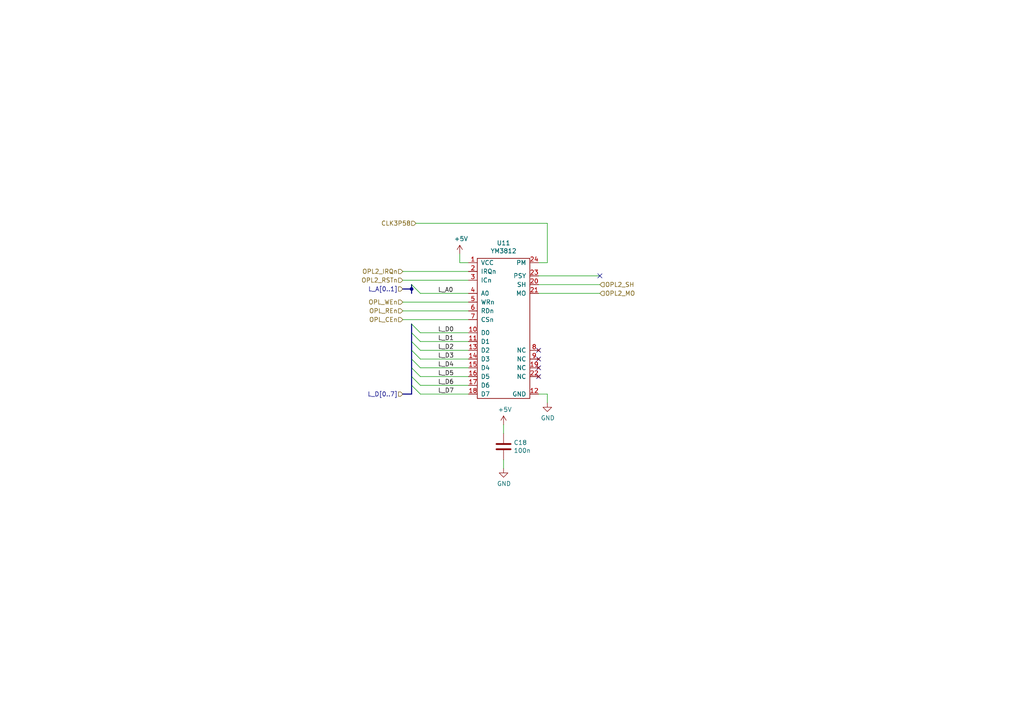
<source format=kicad_sch>
(kicad_sch (version 20211123) (generator eeschema)
  (paper "A4")
  (lib_symbols
    (symbol "Device:C" (pin_numbers hide) (pin_names (offset 0.254))
      (property "Reference" "C" (at 0.635 2.54 0))
      (property "Value" "C" (at 0.635 -2.54 0))
      (symbol "C_0_1"
        (polyline (pts (xy -2.032 -0.762) (xy 2.032 -0.762)) (stroke (width 0.508)))
        (polyline (pts (xy -2.032 0.762) (xy 2.032 0.762)) (stroke (width 0.508)))
      )
      (symbol "C_1_1"
        (pin passive line (at 0 3.81 270) (length 2.794) (name "~") (number "1"))
        (pin passive line (at 0 -3.81 90) (length 2.794) (name "~") (number "2"))
      )
    )
    (symbol "power:+5V" (power) (pin_names (offset 0))
      (property "Value" "+5V" (at 0 3.556 0))
      (symbol "+5V_0_1"
        (polyline (pts (xy -0.762 1.27) (xy 0 2.54)))
        (polyline (pts (xy 0 0) (xy 0 2.54)))
        (polyline (pts (xy 0 2.54) (xy 0.762 1.27)))
      )
      (symbol "+5V_1_1"
        (pin power_in line (at 0 0 90) (length 0) hide (name "+5V") (number "1"))
      )
    )
    (symbol "power:GND" (power) (pin_names (offset 0))
      (property "Value" "GND" (at 0 -3.81 0))
      (symbol "GND_0_1"
        (polyline (pts (xy 0 0) (xy 0 -1.27) (xy 1.27 -1.27) (xy 0 -2.54) (xy -1.27 -1.27) (xy 0 -1.27)))
      )
      (symbol "GND_1_1"
        (pin power_in line (at 0 0 270) (length 0) hide (name "GND") (number "1"))
      )
    )
    (symbol "yamaha:YM3812" (pin_names (offset 1.016))
      (property "Reference" "U" (at 0 0 0))
      (property "Value" "YM3812" (at 2.54 -2.54 0))
      (symbol "YM3812_0_1"
        (rectangle (start -7.62 19.05) (end 7.62 -21.59) (stroke (width 0.2032)))
      )
      (symbol "YM3812_1_1"
        (pin power_in line (at -10.16 17.78 0) (length 2.54) (name "VCC") (number "1"))
        (pin bidirectional line (at -10.16 -2.54 0) (length 2.54) (name "D0") (number "10"))
        (pin bidirectional line (at -10.16 -5.08 0) (length 2.54) (name "D1") (number "11"))
        (pin power_in line (at 10.16 -20.32 180) (length 2.54) (name "GND") (number "12"))
        (pin bidirectional line (at -10.16 -7.62 0) (length 2.54) (name "D2") (number "13"))
        (pin bidirectional line (at -10.16 -10.16 0) (length 2.54) (name "D3") (number "14"))
        (pin bidirectional line (at -10.16 -12.7 0) (length 2.54) (name "D4") (number "15"))
        (pin bidirectional line (at -10.16 -15.24 0) (length 2.54) (name "D5") (number "16"))
        (pin bidirectional line (at -10.16 -17.78 0) (length 2.54) (name "D6") (number "17"))
        (pin bidirectional line (at -10.16 -20.32 0) (length 2.54) (name "D7") (number "18"))
        (pin no_connect line (at 10.16 -12.7 180) (length 2.54) (name "NC") (number "19"))
        (pin output line (at -10.16 15.24 0) (length 2.54) (name "IRQn") (number "2"))
        (pin output line (at 10.16 11.43 180) (length 2.54) (name "SH") (number "20"))
        (pin output line (at 10.16 8.89 180) (length 2.54) (name "MO") (number "21"))
        (pin no_connect line (at 10.16 -15.24 180) (length 2.54) (name "NC") (number "22"))
        (pin output line (at 10.16 13.97 180) (length 2.54) (name "PSY") (number "23"))
        (pin input line (at 10.16 17.78 180) (length 2.54) (name "PM") (number "24"))
        (pin input line (at -10.16 12.7 0) (length 2.54) (name "ICn") (number "3"))
        (pin input line (at -10.16 8.89 0) (length 2.54) (name "A0") (number "4"))
        (pin input line (at -10.16 6.35 0) (length 2.54) (name "WRn") (number "5"))
        (pin input line (at -10.16 3.81 0) (length 2.54) (name "RDn") (number "6"))
        (pin input line (at -10.16 1.27 0) (length 2.54) (name "CSn") (number "7"))
        (pin no_connect line (at 10.16 -7.62 180) (length 2.54) (name "NC") (number "8"))
        (pin no_connect line (at 10.16 -10.16 180) (length 2.54) (name "NC") (number "9"))
      )
    )
  )
  (junction (at 119.38 83.82))
  (no_connect (at 156.21 101.6))
  (no_connect (at 156.21 106.68))
  (no_connect (at 173.99 80.01))
  (no_connect (at 156.21 109.22))
  (no_connect (at 156.21 104.14))
  (bus_entry (at 119.38 99.06) (size 2.54 2.54))
  (bus_entry (at 119.38 104.14) (size 2.54 2.54))
  (bus_entry (at 119.38 109.22) (size 2.54 2.54))
  (bus_entry (at 119.38 96.52) (size 2.54 2.54))
  (bus_entry (at 119.38 93.98) (size 2.54 2.54))
  (bus_entry (at 119.38 101.6) (size 2.54 2.54))
  (bus_entry (at 119.38 111.76) (size 2.54 2.54))
  (bus_entry (at 119.38 82.55) (size 2.54 2.54))
  (bus_entry (at 119.38 106.68) (size 2.54 2.54))
  (wire (pts (xy 156.21 114.3) (xy 158.75 114.3)))
  (wire (pts (xy 116.84 81.28) (xy 135.89 81.28)))
  (bus (pts (xy 119.38 101.6) (xy 119.38 104.14)))
  (wire (pts (xy 121.92 85.09) (xy 135.89 85.09)))
  (wire (pts (xy 135.89 90.17) (xy 116.84 90.17)))
  (bus (pts (xy 119.38 111.76) (xy 119.38 114.3)))
  (wire (pts (xy 158.75 64.77) (xy 158.75 76.2)))
  (wire (pts (xy 121.92 109.22) (xy 135.89 109.22)))
  (wire (pts (xy 156.21 85.09) (xy 173.99 85.09)))
  (wire (pts (xy 135.89 92.71) (xy 116.84 92.71)))
  (wire (pts (xy 121.92 99.06) (xy 135.89 99.06)))
  (bus (pts (xy 119.38 93.98) (xy 119.38 96.52)))
  (wire (pts (xy 158.75 76.2) (xy 156.21 76.2)))
  (bus (pts (xy 119.38 96.52) (xy 119.38 99.06)))
  (wire (pts (xy 120.65 64.77) (xy 158.75 64.77)))
  (wire (pts (xy 116.84 78.74) (xy 135.89 78.74)))
  (wire (pts (xy 121.92 101.6) (xy 135.89 101.6)))
  (bus (pts (xy 119.38 82.55) (xy 119.38 83.82)))
  (bus (pts (xy 119.38 104.14) (xy 119.38 106.68)))
  (bus (pts (xy 116.84 114.3) (xy 119.38 114.3)))
  (bus (pts (xy 119.38 83.82) (xy 119.38 85.09)))
  (wire (pts (xy 121.92 104.14) (xy 135.89 104.14)))
  (wire (pts (xy 121.92 114.3) (xy 135.89 114.3)))
  (bus (pts (xy 119.38 99.06) (xy 119.38 101.6)))
  (wire (pts (xy 156.21 82.55) (xy 173.99 82.55)))
  (wire (pts (xy 133.35 76.2) (xy 135.89 76.2)))
  (wire (pts (xy 146.05 135.89) (xy 146.05 133.35)))
  (wire (pts (xy 158.75 114.3) (xy 158.75 116.84)))
  (bus (pts (xy 119.38 106.68) (xy 119.38 109.22)))
  (wire (pts (xy 121.92 106.68) (xy 135.89 106.68)))
  (wire (pts (xy 146.05 125.73) (xy 146.05 123.19)))
  (wire (pts (xy 135.89 87.63) (xy 116.84 87.63)))
  (bus (pts (xy 119.38 83.82) (xy 116.84 83.82)))
  (bus (pts (xy 119.38 109.22) (xy 119.38 111.76)))
  (wire (pts (xy 121.92 111.76) (xy 135.89 111.76)))
  (wire (pts (xy 133.35 73.66) (xy 133.35 76.2)))
  (wire (pts (xy 121.92 96.52) (xy 135.89 96.52)))
  (wire (pts (xy 156.21 80.01) (xy 173.99 80.01)))
  (label "L_D1" (at 127 99.06 0))
  (label "L_D0" (at 127 96.52 0))
  (label "L_D7" (at 127 114.3 0))
  (label "L_A0" (at 127 85.09 0))
  (label "L_D6" (at 127 111.76 0))
  (label "L_D2" (at 127 101.6 0))
  (label "L_D5" (at 127 109.22 0))
  (label "L_D3" (at 127 104.14 0))
  (label "L_D4" (at 127 106.68 0))
  (hierarchical_label "OPL_REn" (shape input) (at 116.84 90.17 180))
  (hierarchical_label "OPL_WEn" (shape input) (at 116.84 87.63 180))
  (hierarchical_label "OPL2_IRQn" (shape input) (at 116.84 78.74 180))
  (hierarchical_label "OPL2_SH" (shape input) (at 173.99 82.55 0))
  (hierarchical_label "OPL2_RSTn" (shape input) (at 116.84 81.28 180))
  (hierarchical_label "CLK3P58" (shape input) (at 120.65 64.77 180))
  (hierarchical_label "OPL2_MO" (shape input) (at 173.99 85.09 0))
  (hierarchical_label "L_D[0..7]" (shape input) (at 116.84 114.3 180))
  (hierarchical_label "OPL_CEn" (shape input) (at 116.84 92.71 180))
  (hierarchical_label "L_A[0..1]" (shape input) (at 116.84 83.82 180))
  (symbol (lib_id "yamaha:YM3812") (at 146.05 93.98 0) (unit 1)
    (property "Reference" "U11" (at 146.05 70.485 0))
    (property "Value" "YM3812" (at 146.05 72.7964 0))
    (property "Footprint" "Package_DIP:DIP-24_W15.24mm_Socket" (effects hide))
  )
  (symbol (lib_id "Device:C") (at 146.05 129.54 0) (unit 1)
    (property "Reference" "C18" (at 148.971 128.3716 0) (effects (justify left)))
    (property "Value" "100n" (at 148.971 130.683 0) (effects (justify left)))
    (property "Footprint" "Capacitor_THT:C_Disc_D4.3mm_W1.9mm_P5.00mm" (effects hide))
  )
  (symbol (lib_id "power:GND") (at 158.75 116.84 0) (unit 1)
    (property "Reference" "#PWR0171" (effects hide))
    (property "Value" "GND" (at 158.877 121.2342 0))
  )
  (symbol (lib_id "power:GND") (at 146.05 135.89 0) (unit 1)
    (property "Reference" "#PWR0172" (effects hide))
    (property "Value" "GND" (at 146.177 140.2842 0))
  )
  (symbol (lib_id "power:+5V") (at 133.35 73.66 0) (unit 1)
    (property "Reference" "#PWR0173" (effects hide))
    (property "Value" "+5V" (at 133.731 69.2658 0))
  )
  (symbol (lib_id "power:+5V") (at 146.05 123.19 0) (unit 1)
    (property "Reference" "#PWR0174" (effects hide))
    (property "Value" "+5V" (at 146.431 118.7958 0))
  )
)
</source>
